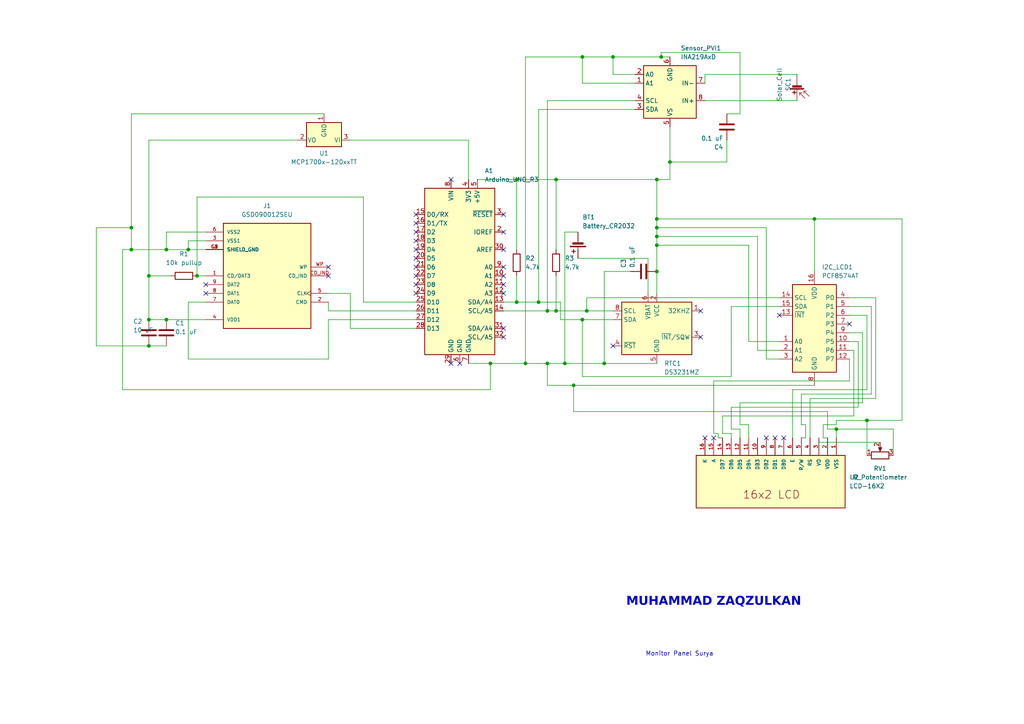
<source format=kicad_sch>
(kicad_sch (version 20250114) (generator "eeschema") (generator_version "9.0")
  (paper "A4")
  (lib_symbols
    (symbol "Device:Battery_Cell" (pin_numbers (hide yes)) (pin_names (offset 0) (hide yes))
      (property "Reference" "BT" (at 2.54 2.54 0))
      (property "Value" "Battery_Cell" (at 2.54 0 0))
      (symbol "Battery_Cell_0_1"
        (rectangle (start -2.286 1.778) (end 2.286 1.524) (fill (type outline)))
        (rectangle (start -1.524 1.016) (end 1.524 0.508) (fill (type outline)))
        (polyline (pts (xy 0 1.778) (xy 0 2.54)))
        (polyline (pts (xy 0 0.762) (xy 0 0)))
        (polyline (pts (xy 0.762 3.048) (xy 1.778 3.048)) (stroke (width 0.254)))
        (polyline (pts (xy 1.27 3.556) (xy 1.27 2.54)) (stroke (width 0.254)))
      )
      (symbol "Battery_Cell_1_1"
        (pin passive line (at 0 5.08 270) (length 2.54) (name "+") (number "1"))
        (pin passive line (at 0 -2.54 90) (length 2.54) (name "-") (number "2"))
      )
    )
    (symbol "Device:C" (pin_numbers (hide yes)) (pin_names (offset 0.254))
      (property "Reference" "C" (at 0.635 2.54 0))
      (property "Value" "C" (at 0.635 -2.54 0))
      (symbol "C_0_1"
        (polyline (pts (xy -2.032 0.762) (xy 2.032 0.762)) (stroke (width 0.508)))
        (polyline (pts (xy -2.032 -0.762) (xy 2.032 -0.762)) (stroke (width 0.508)))
      )
      (symbol "C_1_1"
        (pin passive line (at 0 3.81 270) (length 2.794) (name "~") (number "1"))
        (pin passive line (at 0 -3.81 90) (length 2.794) (name "~") (number "2"))
      )
    )
    (symbol "Device:R" (pin_numbers (hide yes)) (pin_names (offset 0))
      (property "Reference" "R" (at 2.032 0 90))
      (property "Value" "R" (at 0 0 90))
      (symbol "R_0_1"
        (rectangle (start -1.016 -2.54) (end 1.016 2.54) (stroke (width 0.254)))
      )
      (symbol "R_1_1"
        (pin passive line (at 0 3.81 270) (length 1.27) (name "~") (number "1"))
        (pin passive line (at 0 -3.81 90) (length 1.27) (name "~") (number "2"))
      )
    )
    (symbol "Device:R_Potentiometer" (pin_names (offset 1.016) (hide yes))
      (property "Reference" "RV" (at -4.445 0 90))
      (property "Value" "R_Potentiometer" (at -2.54 0 90))
      (symbol "R_Potentiometer_0_1"
        (rectangle (start 1.016 2.54) (end -1.016 -2.54) (stroke (width 0.254)))
        (polyline (pts (xy 1.143 0) (xy 2.286 0.508) (xy 2.286 -0.508) (xy 1.143 0)) (fill (type outline)))
        (polyline (pts (xy 2.54 0) (xy 1.524 0)))
      )
      (symbol "R_Potentiometer_1_1"
        (pin passive line (at 0 3.81 270) (length 1.27) (name "1") (number "1"))
        (pin passive line (at 0 -3.81 90) (length 1.27) (name "3") (number "3"))
        (pin passive line (at 3.81 0 180) (length 1.27) (name "2") (number "2"))
      )
    )
    (symbol "Device:Solar_Cell" (pin_numbers (hide yes)) (pin_names (offset 0) (hide yes))
      (property "Reference" "SC" (at 2.54 2.54 0))
      (property "Value" "Solar_Cell" (at 2.54 0 0))
      (symbol "Solar_Cell_0_1"
        (polyline (pts (xy -2.032 3.048) (xy -2.032 2.286) (xy -2.794 2.286)))
        (polyline (pts (xy -2.032 2.286) (xy -3.556 3.81)))
        (rectangle (start -2.032 1.778) (end 2.032 1.524) (fill (type outline)))
        (rectangle (start -1.3208 1.1938) (end 1.27 0.6858) (fill (type outline)))
        (polyline (pts (xy -0.762 3.556) (xy -0.762 2.794) (xy -1.524 2.794)))
        (polyline (pts (xy -0.762 2.794) (xy -2.286 4.318)))
        (polyline (pts (xy 0 1.778) (xy 0 2.54)))
        (polyline (pts (xy 0 0.762) (xy 0 0)))
        (polyline (pts (xy 0.254 2.667) (xy 1.27 2.667)) (stroke (width 0.254)))
        (polyline (pts (xy 0.762 3.175) (xy 0.762 2.159)) (stroke (width 0.254)))
      )
      (symbol "Solar_Cell_1_1"
        (pin passive line (at 0 5.08 270) (length 2.54) (name "+") (number "1"))
        (pin passive line (at 0 -2.54 90) (length 2.54) (name "-") (number "2"))
      )
    )
    (symbol "GSD090012SEU_1" (pin_names (offset 1.016))
      (property "Reference" "J" (at -12.7 16.002 0))
      (property "Value" "GSD090012SEU" (at -12.7 -17.78 0))
      (symbol "GSD090012SEU_1_0_0"
        (rectangle (start -12.7 -15.24) (end 12.7 15.24) (stroke (width 0.254)) (fill (type background)))
        (pin bidirectional line (at -17.78 7.62 0) (length 5.08) (name "CMD") (number "2"))
        (pin bidirectional clock (at -17.78 5.08 0) (length 5.08) (name "CLK") (number "5"))
        (pin passive line (at -17.78 0 0) (length 5.08) (name "CD_IND") (number "CD_IND"))
        (pin passive line (at -17.78 -2.54 0) (length 5.08) (name "WP") (number "WP"))
        (pin power_in line (at 17.78 12.7 180) (length 5.08) (name "VDD1") (number "4"))
        (pin bidirectional line (at 17.78 7.62 180) (length 5.08) (name "DAT0") (number "7"))
        (pin bidirectional line (at 17.78 5.08 180) (length 5.08) (name "DAT1") (number "8"))
        (pin bidirectional line (at 17.78 2.54 180) (length 5.08) (name "DAT2") (number "9"))
        (pin bidirectional line (at 17.78 0 180) (length 5.08) (name "CD/DAT3") (number "1"))
        (pin power_in line (at 17.78 -7.62 180) (length 5.08) (name "SHIELD_GND") (number "G1"))
        (pin power_in line (at 17.78 -7.62 180) (length 5.08) (name "SHIELD_GND") (number "G2"))
        (pin power_in line (at 17.78 -7.62 180) (length 5.08) (name "SHIELD_GND") (number "G3"))
        (pin power_in line (at 17.78 -7.62 180) (length 5.08) (name "SHIELD_GND") (number "G4"))
        (pin power_in line (at 17.78 -10.16 180) (length 5.08) (name "VSS1") (number "3"))
        (pin power_in line (at 17.78 -12.7 180) (length 5.08) (name "VSS2") (number "6"))
      )
    )
    (symbol "Interface_Expansion:PCF8574AT"
      (property "Reference" "U" (at -6.35 12.954 0))
      (property "Value" "PCF8574AT" (at 3.048 12.954 0))
      (symbol "PCF8574AT_0_1"
        (rectangle (start -6.35 -13.97) (end 6.35 11.43) (stroke (width 0.254)) (fill (type background)))
      )
      (symbol "PCF8574AT_1_1"
        (pin input line (at -10.16 7.62 0) (length 3.81) (name "SCL") (number "14"))
        (pin bidirectional line (at -10.16 5.08 0) (length 3.81) (name "SDA") (number "15"))
        (pin open_collector line (at -10.16 2.54 0) (length 3.81) (name "~{INT}") (number "13"))
        (pin input line (at -10.16 -5.08 0) (length 3.81) (name "A0") (number "1"))
        (pin input line (at -10.16 -7.62 0) (length 3.81) (name "A1") (number "2"))
        (pin input line (at -10.16 -10.16 0) (length 3.81) (name "A2") (number "3"))
        (pin power_in line (at 0 15.24 270) (length 3.81) (name "VDD") (number "16"))
        (pin power_in line (at 0 -17.78 90) (length 3.81) (name "GND") (number "8"))
        (pin bidirectional line (at 10.16 7.62 180) (length 3.81) (name "P0") (number "4"))
        (pin bidirectional line (at 10.16 5.08 180) (length 3.81) (name "P1") (number "5"))
        (pin bidirectional line (at 10.16 2.54 180) (length 3.81) (name "P2") (number "6"))
        (pin bidirectional line (at 10.16 0 180) (length 3.81) (name "P3") (number "7"))
        (pin bidirectional line (at 10.16 -2.54 180) (length 3.81) (name "P4") (number "9"))
        (pin bidirectional line (at 10.16 -5.08 180) (length 3.81) (name "P5") (number "10"))
        (pin bidirectional line (at 10.16 -7.62 180) (length 3.81) (name "P6") (number "11"))
        (pin bidirectional line (at 10.16 -10.16 180) (length 3.81) (name "P7") (number "12"))
      )
    )
    (symbol "LCD-16X2:LCD-16X2" (pin_names (offset 1.016))
      (property "Reference" "U" (at -7.62 23.368 0))
      (property "Value" "LCD-16X2" (at -7.62 -22.86 0))
      (symbol "LCD-16X2_0_0"
        (rectangle (start -7.62 -20.32) (end 7.62 22.86) (stroke (width 0.254)) (fill (type background)))
        (text "16x2 LCD" (at 5.08 -6.858 900) (effects (font (size 2.286 2.286)) (justify left bottom)))
        (pin power_in line (at -12.7 20.32 0) (length 5.08) (name "VSS") (number "1"))
        (pin power_in line (at -12.7 17.78 0) (length 5.08) (name "VDD") (number "2"))
        (pin bidirectional line (at -12.7 15.24 0) (length 5.08) (name "VO") (number "3"))
        (pin input line (at -12.7 12.7 0) (length 5.08) (name "RS") (number "4"))
        (pin input line (at -12.7 10.16 0) (length 5.08) (name "R/W") (number "5"))
        (pin input line (at -12.7 7.62 0) (length 5.08) (name "E") (number "6"))
        (pin bidirectional line (at -12.7 5.08 0) (length 5.08) (name "DB0") (number "7"))
        (pin bidirectional line (at -12.7 2.54 0) (length 5.08) (name "DB1") (number "8"))
        (pin bidirectional line (at -12.7 0 0) (length 5.08) (name "DB2") (number "9"))
        (pin bidirectional line (at -12.7 -2.54 0) (length 5.08) (name "DB3") (number "10"))
        (pin bidirectional line (at -12.7 -5.08 0) (length 5.08) (name "DB4") (number "11"))
        (pin bidirectional line (at -12.7 -7.62 0) (length 5.08) (name "DB5") (number "12"))
        (pin bidirectional line (at -12.7 -10.16 0) (length 5.08) (name "DB6") (number "13"))
        (pin bidirectional line (at -12.7 -12.7 0) (length 5.08) (name "DB7") (number "14"))
        (pin power_in line (at -12.7 -15.24 0) (length 5.08) (name "A") (number "15"))
        (pin power_in line (at -12.7 -17.78 0) (length 5.08) (name "K") (number "16"))
      )
    )
    (symbol "MCU_Module:Arduino_UNO_R3"
      (property "Reference" "A" (at -10.16 23.495 0))
      (property "Value" "Arduino_UNO_R3" (at 5.08 -26.67 0))
      (symbol "Arduino_UNO_R3_0_1"
        (rectangle (start -10.16 22.86) (end 10.16 -25.4) (stroke (width 0.254)) (fill (type background)))
      )
      (symbol "Arduino_UNO_R3_1_1"
        (pin bidirectional line (at -12.7 15.24 0) (length 2.54) (name "D0/RX") (number "15"))
        (pin bidirectional line (at -12.7 12.7 0) (length 2.54) (name "D1/TX") (number "16"))
        (pin bidirectional line (at -12.7 10.16 0) (length 2.54) (name "D2") (number "17"))
        (pin bidirectional line (at -12.7 7.62 0) (length 2.54) (name "D3") (number "18"))
        (pin bidirectional line (at -12.7 5.08 0) (length 2.54) (name "D4") (number "19"))
        (pin bidirectional line (at -12.7 2.54 0) (length 2.54) (name "D5") (number "20"))
        (pin bidirectional line (at -12.7 0 0) (length 2.54) (name "D6") (number "21"))
        (pin bidirectional line (at -12.7 -2.54 0) (length 2.54) (name "D7") (number "22"))
        (pin bidirectional line (at -12.7 -5.08 0) (length 2.54) (name "D8") (number "23"))
        (pin bidirectional line (at -12.7 -7.62 0) (length 2.54) (name "D9") (number "24"))
        (pin bidirectional line (at -12.7 -10.16 0) (length 2.54) (name "D10") (number "25"))
        (pin bidirectional line (at -12.7 -12.7 0) (length 2.54) (name "D11") (number "26"))
        (pin bidirectional line (at -12.7 -15.24 0) (length 2.54) (name "D12") (number "27"))
        (pin bidirectional line (at -12.7 -17.78 0) (length 2.54) (name "D13") (number "28"))
        (pin no_connect line (at -10.16 -20.32 0) (length 2.54) (hide yes) (name "NC") (number "1"))
        (pin power_in line (at -2.54 25.4 270) (length 2.54) (name "VIN") (number "8"))
        (pin power_in line (at -2.54 -27.94 90) (length 2.54) (name "GND") (number "29"))
        (pin power_in line (at 0 -27.94 90) (length 2.54) (name "GND") (number "6"))
        (pin power_out line (at 2.54 25.4 270) (length 2.54) (name "3V3") (number "4"))
        (pin power_in line (at 2.54 -27.94 90) (length 2.54) (name "GND") (number "7"))
        (pin power_out line (at 5.08 25.4 270) (length 2.54) (name "+5V") (number "5"))
        (pin input line (at 12.7 15.24 180) (length 2.54) (name "~{RESET}") (number "3"))
        (pin output line (at 12.7 10.16 180) (length 2.54) (name "IOREF") (number "2"))
        (pin input line (at 12.7 5.08 180) (length 2.54) (name "AREF") (number "30"))
        (pin bidirectional line (at 12.7 0 180) (length 2.54) (name "A0") (number "9"))
        (pin bidirectional line (at 12.7 -2.54 180) (length 2.54) (name "A1") (number "10"))
        (pin bidirectional line (at 12.7 -5.08 180) (length 2.54) (name "A2") (number "11"))
        (pin bidirectional line (at 12.7 -7.62 180) (length 2.54) (name "A3") (number "12"))
        (pin bidirectional line (at 12.7 -10.16 180) (length 2.54) (name "SDA/A4") (number "13"))
        (pin bidirectional line (at 12.7 -12.7 180) (length 2.54) (name "SCL/A5") (number "14"))
        (pin bidirectional line (at 12.7 -17.78 180) (length 2.54) (name "SDA/A4") (number "31"))
        (pin bidirectional line (at 12.7 -20.32 180) (length 2.54) (name "SCL/A5") (number "32"))
      )
    )
    (symbol "Regulator_Linear:MCP1700x-120xxTT" (pin_names (offset 0.254))
      (property "Reference" "U" (at -3.81 3.175 0))
      (property "Value" "MCP1700x-120xxTT" (at 0 3.175 0))
      (symbol "MCP1700x-120xxTT_0_1"
        (rectangle (start -5.08 1.905) (end 5.08 -5.08) (stroke (width 0.254)) (fill (type background)))
      )
      (symbol "MCP1700x-120xxTT_1_1"
        (pin power_in line (at -7.62 0 0) (length 2.54) (name "VI") (number "3"))
        (pin power_in line (at 0 -7.62 90) (length 2.54) (name "GND") (number "1"))
        (pin power_out line (at 7.62 0 180) (length 2.54) (name "VO") (number "2"))
      )
    )
    (symbol "Sensor_Energy:INA219AxD"
      (property "Reference" "U" (at -6.35 8.89 0))
      (property "Value" "INA219AxD" (at 5.08 8.89 0))
      (symbol "INA219AxD_0_1"
        (rectangle (start -7.62 7.62) (end 7.62 -7.62) (stroke (width 0.254)) (fill (type background)))
      )
      (symbol "INA219AxD_1_1"
        (pin input line (at -10.16 2.54 0) (length 2.54) (name "IN+") (number "8"))
        (pin input line (at -10.16 -2.54 0) (length 2.54) (name "IN-") (number "7"))
        (pin power_in line (at 0 10.16 270) (length 2.54) (name "VS") (number "5"))
        (pin power_in line (at 0 -10.16 90) (length 2.54) (name "GND") (number "6"))
        (pin bidirectional line (at 10.16 5.08 180) (length 2.54) (name "SDA") (number "3"))
        (pin input line (at 10.16 2.54 180) (length 2.54) (name "SCL") (number "4"))
        (pin input line (at 10.16 -2.54 180) (length 2.54) (name "A1") (number "1"))
        (pin input line (at 10.16 -5.08 180) (length 2.54) (name "A0") (number "2"))
      )
    )
    (symbol "Timer_RTC:DS3231MZ"
      (property "Reference" "U" (at -7.62 8.89 0))
      (property "Value" "DS3231MZ" (at 11.43 8.89 0))
      (symbol "DS3231MZ_0_1"
        (rectangle (start -10.16 7.62) (end 10.16 -7.62) (stroke (width 0.254)) (fill (type background)))
      )
      (symbol "DS3231MZ_1_1"
        (pin input line (at -12.7 5.08 0) (length 2.54) (name "SCL") (number "8"))
        (pin bidirectional line (at -12.7 2.54 0) (length 2.54) (name "SDA") (number "7"))
        (pin bidirectional line (at -12.7 -5.08 0) (length 2.54) (name "~{RST}") (number "4"))
        (pin power_in line (at -2.54 10.16 270) (length 2.54) (name "VBAT") (number "6"))
        (pin power_in line (at 0 10.16 270) (length 2.54) (name "VCC") (number "2"))
        (pin power_in line (at 0 -10.16 90) (length 2.54) (name "GND") (number "5"))
        (pin open_collector line (at 12.7 5.08 180) (length 2.54) (name "32KHZ") (number "1"))
        (pin open_collector line (at 12.7 -2.54 180) (length 2.54) (name "~{INT}/SQW") (number "3"))
      )
    )
  )
  (text "MUHAMMAD ZAQZULKAN" (at 207.01 175.26 0) (effects (font (size 2.54 2.54) (bold yes))))
  (text "Monitor Panel Surya" (at 197.104 189.738 0) (effects (font (size 1.27 1.27))))
  (junction (at 152.4 105.41))
  (junction (at 194.31 46.99))
  (junction (at 168.91 16.51))
  (junction (at 142.24 105.41))
  (junction (at 43.18 100.33))
  (junction (at 251.46 121.92))
  (junction (at 156.21 87.63))
  (junction (at 242.57 124.46))
  (junction (at 43.18 92.71))
  (junction (at 175.26 105.41))
  (junction (at 54.61 72.39))
  (junction (at 190.5 78.74))
  (junction (at 166.37 111.76))
  (junction (at 161.29 90.17))
  (junction (at 190.5 66.04))
  (junction (at 190.5 63.5))
  (junction (at 149.86 52.07))
  (junction (at 190.5 52.07))
  (junction (at 43.18 80.01))
  (junction (at 57.15 80.01))
  (junction (at 163.83 105.41))
  (junction (at 168.91 92.71))
  (junction (at 191.77 16.51))
  (junction (at 190.5 68.58))
  (junction (at 161.29 52.07))
  (junction (at 190.5 71.12))
  (junction (at 236.22 63.5))
  (junction (at 48.26 92.71))
  (junction (at 158.75 90.17))
  (junction (at 38.1 66.04))
  (junction (at 158.75 105.41))
  (junction (at 149.86 87.63))
  (junction (at 38.1 72.39))
  (junction (at 170.18 90.17))
  (junction (at 48.26 72.39))
  (junction (at 177.8 16.51))
  (no_connect (at 246.38 93.98))
  (no_connect (at 177.8 100.33))
  (no_connect (at 120.65 64.77))
  (no_connect (at 59.69 82.55))
  (no_connect (at 130.81 105.41))
  (no_connect (at 146.05 85.09))
  (no_connect (at 120.65 80.01))
  (no_connect (at 146.05 82.55))
  (no_connect (at 120.65 67.31))
  (no_connect (at 120.65 62.23))
  (no_connect (at 222.25 127))
  (no_connect (at 203.2 97.79))
  (no_connect (at 146.05 97.79))
  (no_connect (at 120.65 74.93))
  (no_connect (at 227.33 127))
  (no_connect (at 120.65 69.85))
  (no_connect (at 130.81 52.07))
  (no_connect (at 120.65 82.55))
  (no_connect (at 146.05 67.31))
  (no_connect (at 146.05 80.01))
  (no_connect (at 120.65 77.47))
  (no_connect (at 146.05 95.25))
  (no_connect (at 133.35 105.41))
  (no_connect (at 203.2 90.17))
  (no_connect (at 224.79 127))
  (no_connect (at 207.01 127))
  (no_connect (at 204.47 127))
  (no_connect (at 120.65 85.09))
  (no_connect (at 95.25 77.47))
  (no_connect (at 146.05 72.39))
  (no_connect (at 95.25 80.01))
  (no_connect (at 226.06 91.44))
  (no_connect (at 146.05 62.23))
  (no_connect (at 146.05 77.47))
  (no_connect (at 120.65 72.39))
  (no_connect (at 59.69 85.09))
  (wire (pts (xy 48.26 72.39) (xy 38.1 72.39)))
  (wire (pts (xy 194.31 46.99) (xy 210.82 46.99)))
  (wire (pts (xy 161.29 52.07) (xy 161.29 72.39)))
  (wire (pts (xy 48.26 67.31) (xy 48.26 72.39)))
  (wire (pts (xy 43.18 40.64) (xy 43.18 80.01)))
  (wire (pts (xy 43.18 100.33) (xy 27.94 100.33)))
  (wire (pts (xy 214.63 116.84) (xy 214.63 123.19)))
  (wire (pts (xy 184.15 21.59) (xy 177.8 21.59)))
  (wire (pts (xy 246.38 99.06) (xy 248.92 99.06)))
  (wire (pts (xy 35.56 72.39) (xy 35.56 113.03)))
  (wire (pts (xy 246.38 101.6) (xy 247.65 101.6)))
  (wire (pts (xy 234.95 115.57) (xy 234.95 127)))
  (wire (pts (xy 190.5 85.09) (xy 190.5 78.74)))
  (wire (pts (xy 177.8 21.59) (xy 177.8 16.51)))
  (wire (pts (xy 161.29 52.07) (xy 149.86 52.07)))
  (wire (pts (xy 204.47 21.59) (xy 204.47 24.13)))
  (wire (pts (xy 219.71 68.58) (xy 190.5 68.58)))
  (wire (pts (xy 252.73 114.3) (xy 232.41 114.3)))
  (wire (pts (xy 158.75 29.21) (xy 158.75 90.17)))
  (wire (pts (xy 236.22 63.5) (xy 190.5 63.5)))
  (wire (pts (xy 27.94 66.04) (xy 38.1 66.04)))
  (wire (pts (xy 152.4 105.41) (xy 142.24 105.41)))
  (wire (pts (xy 38.1 33.02) (xy 38.1 66.04)))
  (wire (pts (xy 246.38 86.36) (xy 254 86.36)))
  (wire (pts (xy 95.25 104.14) (xy 54.61 104.14)))
  (wire (pts (xy 170.18 90.17) (xy 177.8 90.17)))
  (wire (pts (xy 242.57 123.19) (xy 242.57 121.92)))
  (wire (pts (xy 217.17 99.06) (xy 217.17 71.12)))
  (wire (pts (xy 120.65 95.25) (xy 101.6 95.25)))
  (wire (pts (xy 194.31 46.99) (xy 194.31 52.07)))
  (wire (pts (xy 168.91 109.22) (xy 168.91 92.71)))
  (wire (pts (xy 259.08 132.08) (xy 259.08 124.46)))
  (wire (pts (xy 246.38 91.44) (xy 251.46 91.44)))
  (wire (pts (xy 217.17 123.19) (xy 217.17 127)))
  (wire (pts (xy 93.98 33.02) (xy 38.1 33.02)))
  (wire (pts (xy 43.18 92.71) (xy 48.26 92.71)))
  (wire (pts (xy 246.38 104.14) (xy 246.38 110.49)))
  (wire (pts (xy 219.71 101.6) (xy 219.71 68.58)))
  (wire (pts (xy 170.18 86.36) (xy 170.18 90.17)))
  (wire (pts (xy 135.89 40.64) (xy 101.6 40.64)))
  (wire (pts (xy 254 86.36) (xy 254 115.57)))
  (wire (pts (xy 246.38 96.52) (xy 250.19 96.52)))
  (wire (pts (xy 156.21 31.75) (xy 156.21 87.63)))
  (wire (pts (xy 142.24 113.03) (xy 142.24 105.41)))
  (wire (pts (xy 259.08 124.46) (xy 242.57 124.46)))
  (wire (pts (xy 142.24 105.41) (xy 135.89 105.41)))
  (wire (pts (xy 59.69 69.85) (xy 54.61 69.85)))
  (wire (pts (xy 43.18 100.33) (xy 48.26 100.33)))
  (wire (pts (xy 251.46 91.44) (xy 251.46 113.03)))
  (wire (pts (xy 166.37 119.38) (xy 166.37 111.76)))
  (wire (pts (xy 191.77 15.24) (xy 191.77 16.51)))
  (wire (pts (xy 214.63 124.46) (xy 214.63 127)))
  (wire (pts (xy 217.17 71.12) (xy 190.5 71.12)))
  (wire (pts (xy 149.86 80.01) (xy 149.86 87.63)))
  (wire (pts (xy 149.86 52.07) (xy 138.43 52.07)))
  (wire (pts (xy 210.82 33.02) (xy 214.63 33.02)))
  (wire (pts (xy 242.57 124.46) (xy 240.03 124.46)))
  (wire (pts (xy 57.15 57.15) (xy 57.15 80.01)))
  (wire (pts (xy 120.65 92.71) (xy 95.25 92.71)))
  (wire (pts (xy 209.55 125.73) (xy 212.09 125.73)))
  (wire (pts (xy 135.89 52.07) (xy 135.89 40.64)))
  (wire (pts (xy 168.91 24.13) (xy 168.91 16.51)))
  (wire (pts (xy 158.75 90.17) (xy 146.05 90.17)))
  (wire (pts (xy 187.96 74.93) (xy 187.96 85.09)))
  (wire (pts (xy 184.15 31.75) (xy 156.21 31.75)))
  (wire (pts (xy 226.06 88.9) (xy 212.09 88.9)))
  (wire (pts (xy 190.5 52.07) (xy 161.29 52.07)))
  (wire (pts (xy 38.1 72.39) (xy 35.56 72.39)))
  (wire (pts (xy 232.41 114.3) (xy 232.41 123.19)))
  (wire (pts (xy 177.8 16.51) (xy 168.91 16.51)))
  (wire (pts (xy 161.29 80.01) (xy 161.29 90.17)))
  (wire (pts (xy 212.09 118.11) (xy 212.09 124.46)))
  (wire (pts (xy 251.46 121.92) (xy 251.46 132.08)))
  (wire (pts (xy 212.09 109.22) (xy 168.91 109.22)))
  (wire (pts (xy 156.21 87.63) (xy 149.86 87.63)))
  (wire (pts (xy 251.46 121.92) (xy 261.62 121.92)))
  (wire (pts (xy 242.57 123.19) (xy 238.76 123.19)))
  (wire (pts (xy 208.28 125.73) (xy 208.28 127)))
  (wire (pts (xy 95.25 92.71) (xy 95.25 104.14)))
  (wire (pts (xy 27.94 100.33) (xy 27.94 66.04)))
  (wire (pts (xy 210.82 40.64) (xy 210.82 46.99)))
  (wire (pts (xy 226.06 86.36) (xy 170.18 86.36)))
  (wire (pts (xy 226.06 104.14) (xy 222.25 104.14)))
  (wire (pts (xy 237.49 128.27) (xy 255.27 128.27)))
  (wire (pts (xy 237.49 128.27) (xy 237.49 127)))
  (wire (pts (xy 48.26 92.71) (xy 59.69 92.71)))
  (wire (pts (xy 163.83 67.31) (xy 163.83 105.41)))
  (wire (pts (xy 101.6 85.09) (xy 95.25 85.09)))
  (wire (pts (xy 149.86 52.07) (xy 149.86 72.39)))
  (wire (pts (xy 236.22 63.5) (xy 236.22 78.74)))
  (wire (pts (xy 254 115.57) (xy 234.95 115.57)))
  (wire (pts (xy 167.64 67.31) (xy 163.83 67.31)))
  (wire (pts (xy 208.28 127) (xy 209.55 127)))
  (wire (pts (xy 158.75 105.41) (xy 163.83 105.41)))
  (wire (pts (xy 152.4 16.51) (xy 152.4 105.41)))
  (wire (pts (xy 238.76 123.19) (xy 238.76 127)))
  (wire (pts (xy 261.62 121.92) (xy 261.62 63.5)))
  (wire (pts (xy 190.5 71.12) (xy 190.5 68.58)))
  (wire (pts (xy 214.63 15.24) (xy 191.77 15.24)))
  (wire (pts (xy 240.03 119.38) (xy 240.03 124.46)))
  (wire (pts (xy 204.47 29.21) (xy 231.14 29.21)))
  (wire (pts (xy 168.91 16.51) (xy 152.4 16.51)))
  (wire (pts (xy 250.19 116.84) (xy 214.63 116.84)))
  (wire (pts (xy 248.92 99.06) (xy 248.92 118.11)))
  (wire (pts (xy 182.88 78.74) (xy 175.26 78.74)))
  (wire (pts (xy 177.8 92.71) (xy 168.91 92.71)))
  (wire (pts (xy 86.36 40.64) (xy 43.18 40.64)))
  (wire (pts (xy 247.65 101.6) (xy 247.65 120.65)))
  (wire (pts (xy 161.29 90.17) (xy 170.18 90.17)))
  (wire (pts (xy 229.87 113.03) (xy 229.87 127)))
  (wire (pts (xy 43.18 80.01) (xy 49.53 80.01)))
  (wire (pts (xy 38.1 66.04) (xy 38.1 72.39)))
  (wire (pts (xy 214.63 123.19) (xy 217.17 123.19)))
  (wire (pts (xy 35.56 113.03) (xy 142.24 113.03)))
  (wire (pts (xy 190.5 68.58) (xy 190.5 66.04)))
  (wire (pts (xy 190.5 66.04) (xy 190.5 63.5)))
  (wire (pts (xy 212.09 88.9) (xy 212.09 109.22)))
  (wire (pts (xy 190.5 71.12) (xy 190.5 78.74)))
  (wire (pts (xy 184.15 24.13) (xy 168.91 24.13)))
  (wire (pts (xy 54.61 72.39) (xy 48.26 72.39)))
  (wire (pts (xy 209.55 120.65) (xy 247.65 120.65)))
  (wire (pts (xy 194.31 52.07) (xy 190.5 52.07)))
  (wire (pts (xy 167.64 74.93) (xy 187.96 74.93)))
  (wire (pts (xy 120.65 90.17) (xy 95.25 90.17)))
  (wire (pts (xy 43.18 80.01) (xy 43.18 92.71)))
  (wire (pts (xy 231.14 21.59) (xy 204.47 21.59)))
  (wire (pts (xy 175.26 78.74) (xy 175.26 105.41)))
  (wire (pts (xy 252.73 88.9) (xy 252.73 114.3)))
  (wire (pts (xy 222.25 104.14) (xy 222.25 66.04)))
  (wire (pts (xy 240.03 119.38) (xy 166.37 119.38)))
  (wire (pts (xy 242.57 121.92) (xy 251.46 121.92)))
  (wire (pts (xy 212.09 125.73) (xy 212.09 127)))
  (wire (pts (xy 175.26 105.41) (xy 190.5 105.41)))
  (wire (pts (xy 209.55 120.65) (xy 209.55 125.73)))
  (wire (pts (xy 207.01 125.73) (xy 208.28 125.73)))
  (wire (pts (xy 158.75 111.76) (xy 158.75 105.41)))
  (wire (pts (xy 54.61 69.85) (xy 54.61 72.39)))
  (wire (pts (xy 158.75 90.17) (xy 161.29 90.17)))
  (wire (pts (xy 59.69 72.39) (xy 54.61 72.39)))
  (wire (pts (xy 226.06 99.06) (xy 217.17 99.06)))
  (wire (pts (xy 212.09 124.46) (xy 214.63 124.46)))
  (wire (pts (xy 95.25 90.17) (xy 95.25 87.63)))
  (wire (pts (xy 212.09 118.11) (xy 248.92 118.11)))
  (wire (pts (xy 105.41 57.15) (xy 57.15 57.15)))
  (wire (pts (xy 59.69 67.31) (xy 48.26 67.31)))
  (wire (pts (xy 194.31 16.51) (xy 191.77 16.51)))
  (wire (pts (xy 251.46 113.03) (xy 229.87 113.03)))
  (wire (pts (xy 261.62 63.5) (xy 236.22 63.5)))
  (wire (pts (xy 242.57 124.46) (xy 242.57 127)))
  (wire (pts (xy 163.83 105.41) (xy 175.26 105.41)))
  (wire (pts (xy 120.65 87.63) (xy 105.41 87.63)))
  (wire (pts (xy 194.31 36.83) (xy 194.31 46.99)))
  (wire (pts (xy 190.5 63.5) (xy 190.5 52.07)))
  (wire (pts (xy 105.41 87.63) (xy 105.41 57.15)))
  (wire (pts (xy 207.01 110.49) (xy 207.01 125.73)))
  (wire (pts (xy 191.77 16.51) (xy 177.8 16.51)))
  (wire (pts (xy 232.41 123.19) (xy 233.68 123.19)))
  (wire (pts (xy 149.86 87.63) (xy 146.05 87.63)))
  (wire (pts (xy 233.68 123.19) (xy 233.68 127)))
  (wire (pts (xy 162.56 87.63) (xy 156.21 87.63)))
  (wire (pts (xy 236.22 111.76) (xy 166.37 111.76)))
  (wire (pts (xy 101.6 95.25) (xy 101.6 85.09)))
  (wire (pts (xy 166.37 111.76) (xy 158.75 111.76)))
  (wire (pts (xy 54.61 104.14) (xy 54.61 87.63)))
  (wire (pts (xy 190.5 66.04) (xy 222.25 66.04)))
  (wire (pts (xy 184.15 29.21) (xy 158.75 29.21)))
  (wire (pts (xy 246.38 88.9) (xy 252.73 88.9)))
  (wire (pts (xy 233.68 127) (xy 232.41 127)))
  (wire (pts (xy 54.61 87.63) (xy 59.69 87.63)))
  (wire (pts (xy 250.19 96.52) (xy 250.19 116.84)))
  (wire (pts (xy 152.4 105.41) (xy 158.75 105.41)))
  (wire (pts (xy 246.38 110.49) (xy 207.01 110.49)))
  (wire (pts (xy 226.06 101.6) (xy 219.71 101.6)))
  (wire (pts (xy 57.15 80.01) (xy 59.69 80.01)))
  (wire (pts (xy 214.63 33.02) (xy 214.63 15.24)))
  (wire (pts (xy 238.76 127) (xy 240.03 127)))
  (wire (pts (xy 162.56 92.71) (xy 162.56 87.63)))
  (wire (pts (xy 168.91 92.71) (xy 162.56 92.71)))
  (symbol (lib_id "Device:C") (at 48.26 96.52 0) (unit 1)
    (property "Reference" "C1" (at 50.8 93.726 0) (effects (justify left)))
    (property "Value" "0.1 uF" (at 50.8 96.266 0) (effects (justify left)))
    (property "Footprint" "Capacitor_SMD:C_0603_1608Metric" (effects (hide yes)))
    (property "Description" "Unpolarized capacitor" (effects (hide yes)))
  )
  (symbol (lib_id "Regulator_Linear:MCP1700x-120xxTT") (at 93.98 40.64 180) (unit 1)
    (property "Reference" "U1" (at 93.98 44.45 0))
    (property "Value" "MCP1700x-120xxTT" (at 93.98 46.99 0))
    (property "Footprint" "Package_TO_SOT_SMD:SOT-23" (effects (hide yes)))
    (property "Datasheet" "http://ww1.microchip.com/downloads/en/DeviceDoc/20001826D.pdf" (effects (hide yes)))
    (property "Description" "250mA Low Quiscent Current LDO, 1.2V output, SOT-23" (effects (hide yes)))
  )
  (symbol (lib_id "Sensor_Energy:INA219AxD") (at 194.31 26.67 180) (unit 1)
    (property "Reference" "Sensor_PVI1" (at 197.4281 13.97 0) (effects (justify right)))
    (property "Value" "INA219AxD" (at 197.4281 16.51 0) (effects (justify right)))
    (property "Footprint" "Package_SO:SOIC-8_3.9x4.9mm_P1.27mm" (effects (hide yes)))
    (property "Datasheet" "http://www.ti.com/lit/ds/symlink/ina219.pdf" (effects (hide yes)))
    (property "Description" "Zero-Drift, Bidirectional Current/Power Monitor (0-26V) With I2C Interface, SOIC-8" (effects (hide yes)))
  )
  (symbol (lib_id "Device:R") (at 149.86 76.2 180) (unit 1)
    (property "Reference" "R2" (at 152.4 74.9299 0) (effects (justify right)))
    (property "Value" "4.7k" (at 152.4 77.4699 0) (effects (justify right)))
    (property "Footprint" "Resistor_SMD:R_0201_0603Metric" (effects (hide yes)))
    (property "Description" "Resistor" (effects (hide yes)))
  )
  (symbol (lib_id "Interface_Expansion:PCF8574AT") (at 236.22 93.98 0) (unit 1)
    (property "Reference" "I2C_LCD1" (at 238.3633 77.47 0) (effects (justify left)))
    (property "Value" "PCF8574AT" (at 238.3633 80.01 0) (effects (justify left)))
    (property "Footprint" "Package_SO:SOIC-16W_7.5x10.3mm_P1.27mm" (effects (hide yes)))
    (property "Datasheet" "http://www.nxp.com/docs/en/data-sheet/PCF8574_PCF8574A.pdf" (effects (hide yes)))
    (property "Description" "8 Bit Port/Expander to I2C Bus, fixed address bits 0b0111, SOIC-16" (effects (hide yes)))
  )
  (symbol (lib_id "Timer_RTC:DS3231MZ") (at 190.5 95.25 0) (unit 1)
    (property "Reference" "RTC1" (at 192.6433 105.41 0) (effects (justify left)))
    (property "Value" "DS3231MZ" (at 192.6433 107.95 0) (effects (justify left)))
    (property "Footprint" "Package_SO:SOIC-8_3.9x4.9mm_P1.27mm" (effects (hide yes)))
    (property "Datasheet" "http://datasheets.maximintegrated.com/en/ds/DS3231M.pdf" (effects (hide yes)))
    (property "Description" "±5ppm, I2C Real-Time Clock SOIC-8" (effects (hide yes)))
  )
  (symbol (lib_id "Device:C") (at 186.69 78.74 90) (unit 1)
    (property "Reference" "C3" (at 180.848 77.724 0) (effects (justify left)))
    (property "Value" "0.1 uF" (at 183.388 77.724 0) (effects (justify left)))
    (property "Footprint" "Capacitor_SMD:C_0603_1608Metric" (effects (hide yes)))
    (property "Description" "Unpolarized capacitor" (effects (hide yes)))
  )
  (symbol (lib_id "Device:C") (at 210.82 36.83 180) (unit 1)
    (property "Reference" "C4" (at 209.804 42.672 0) (effects (justify left)))
    (property "Value" "0.1 uF" (at 209.804 40.132 0) (effects (justify left)))
    (property "Footprint" "Capacitor_SMD:C_0603_1608Metric" (effects (hide yes)))
    (property "Description" "Unpolarized capacitor" (effects (hide yes)))
  )
  (symbol (lib_id "Device:C") (at 43.18 96.52 0) (unit 1)
    (property "Reference" "C2" (at 38.608 93.218 0) (effects (justify left)))
    (property "Value" "10 uF" (at 38.608 95.758 0) (effects (justify left)))
    (property "Footprint" "Capacitor_SMD:C_0603_1608Metric" (effects (hide yes)))
    (property "Description" "Unpolarized capacitor" (effects (hide yes)))
  )
  (symbol (lib_id "MCU_Module:Arduino_UNO_R3") (at 133.35 77.47 0) (unit 1)
    (property "Reference" "A1" (at 140.5733 49.53 0) (effects (justify left)))
    (property "Value" "Arduino_UNO_R3" (at 140.5733 52.07 0) (effects (justify left)))
    (property "Footprint" "Module:Arduino_UNO_R3" (effects (hide yes)))
    (property "Datasheet" "https://www.arduino.cc/en/Main/arduinoBoardUno" (effects (hide yes)))
    (property "Description" "Arduino UNO Microcontroller Module, release 3" (effects (hide yes)))
  )
  (symbol (lib_id "Device:R_Potentiometer") (at 255.27 132.08 90) (unit 1)
    (property "Reference" "RV1" (at 255.27 135.89 90))
    (property "Value" "R_Potentiometer" (at 255.27 138.43 90))
    (property "Footprint" "Potentiometer_THT:Potentiometer_Bourns_3386P_Vertical" (effects (hide yes)))
    (property "Description" "Potentiometer" (effects (hide yes)))
  )
  (symbol (lib_id "LCD-16X2:LCD-16X2") (at 222.25 139.7 270) (unit 1)
    (property "Reference" "U2" (at 246.38 138.4299 90) (effects (justify left)))
    (property "Value" "LCD-16X2" (at 246.38 140.9699 90) (effects (justify left)))
    (property "Footprint" "F:MODULE_LCD-16X2" (effects (hide yes)))
    (property "MF" "Gravitech" (effects (hide yes)))
    (property "MAXIMUM_PACKAGE_HEIGHT" "14 mm" (effects (hide yes)))
    (property "Package" "None" (effects (hide yes)))
    (property "Price" "None" (effects (hide yes)))
    (property "Check_prices" "https://www.snapeda.com/parts/LCD-16X2/Gravitech/view-part/?ref=eda" (effects (hide yes)))
    (property "STANDARD" "Manufacturer Recommendations" (effects (hide yes)))
    (property "PARTREV" "N/A" (effects (hide yes)))
    (property "SnapEDA_Link" "https://www.snapeda.com/parts/LCD-16X2/Gravitech/view-part/?ref=snap" (effects (hide yes)))
    (property "MP" "LCD-16X2" (effects (hide yes)))
    (property "Description_1" "Display Development Tools 16x2 Black on Green Char LCD w Backlight" (effects (hide yes)))
    (property "Availability" "Not in stock" (effects (hide yes)))
    (property "MANUFACTURER" "Gravitech" (effects (hide yes)))
  )
  (symbol (lib_id "Device:Solar_Cell") (at 231.14 24.13 180) (unit 1)
    (property "Reference" "SC1" (at 228.6 24.511 90))
    (property "Value" "Solar_Cell" (at 226.06 24.511 90))
    (property "Footprint" "TerminalBlock_Phoenix:TerminalBlock_Phoenix_MKDS-1,5-2_1x02_P5.00mm_Horizontal" (effects (hide yes)))
    (property "Description" "Single solar cell" (effects (hide yes)))
  )
  (symbol (lib_id "Device:Battery_Cell") (at 167.64 69.85 180) (unit 1)
    (property "Reference" "BT1" (at 168.91 62.992 0) (effects (justify right)))
    (property "Value" "Battery_CR2032" (at 168.91 65.532 0) (effects (justify right)))
    (property "Footprint" "Battery:Battery_Panasonic_CR3032-VCN_Vertical_CircularHoles" (effects (hide yes)))
    (property "Description" "Single-cell battery" (effects (hide yes)))
  )
  (symbol (lib_id "Device:R") (at 53.34 80.01 90) (unit 1)
    (property "Reference" "R1" (at 53.34 73.66 90))
    (property "Value" "10k pullup" (at 53.34 76.2 90))
    (property "Footprint" "Resistor_SMD:R_0201_0603Metric" (effects (hide yes)))
    (property "Description" "Resistor" (effects (hide yes)))
  )
  (symbol (lib_name "GSD090012SEU_1") (lib_id "GSD090012SEU:GSD090012SEU") (at 77.47 80.01 180) (unit 1)
    (property "Reference" "J1" (at 77.47 59.69 0))
    (property "Value" "GSD090012SEU" (at 77.47 62.23 0))
    (property "Footprint" "Footprint GSD:AMPHENOL_GSD090012SEU" (effects (hide yes)))
    (property "MF" "Burndy" (effects (hide yes)))
    (property "MAXIMUM_PACKAGE_HEIGHT" "2.95mm" (effects (hide yes)))
    (property "Package" "None" (effects (hide yes)))
    (property "Price" "None" (effects (hide yes)))
    (property "Check_prices" "https://www.snapeda.com/parts/GSD090012SEU/Burndy/view-part/?ref=eda" (effects (hide yes)))
    (property "STANDARD" "Manufacturer Recommendations" (effects (hide yes)))
    (property "PARTREV" "E" (effects (hide yes)))
    (property "SnapEDA_Link" "https://www.snapeda.com/parts/GSD090012SEU/Burndy/view-part/?ref=snap" (effects (hide yes)))
    (property "MP" "GSD090012SEU" (effects (hide yes)))
    (property "Description_1" "Conn SD Card SKT 9 POS 1.7mm/2.5mm Solder RA SMD 0.5A/Contact T/R" (effects (hide yes)))
    (property "Availability" "In Stock" (effects (hide yes)))
    (property "MANUFACTURER" "Amphenol" (effects (hide yes)))
  )
  (symbol (lib_id "Device:R") (at 161.29 76.2 180) (unit 1)
    (property "Reference" "R3" (at 163.83 74.9299 0) (effects (justify right)))
    (property "Value" "4.7k" (at 163.83 77.4699 0) (effects (justify right)))
    (property "Footprint" "Resistor_SMD:R_0201_0603Metric" (effects (hide yes)))
    (property "Description" "Resistor" (effects (hide yes)))
  )
)
</source>
